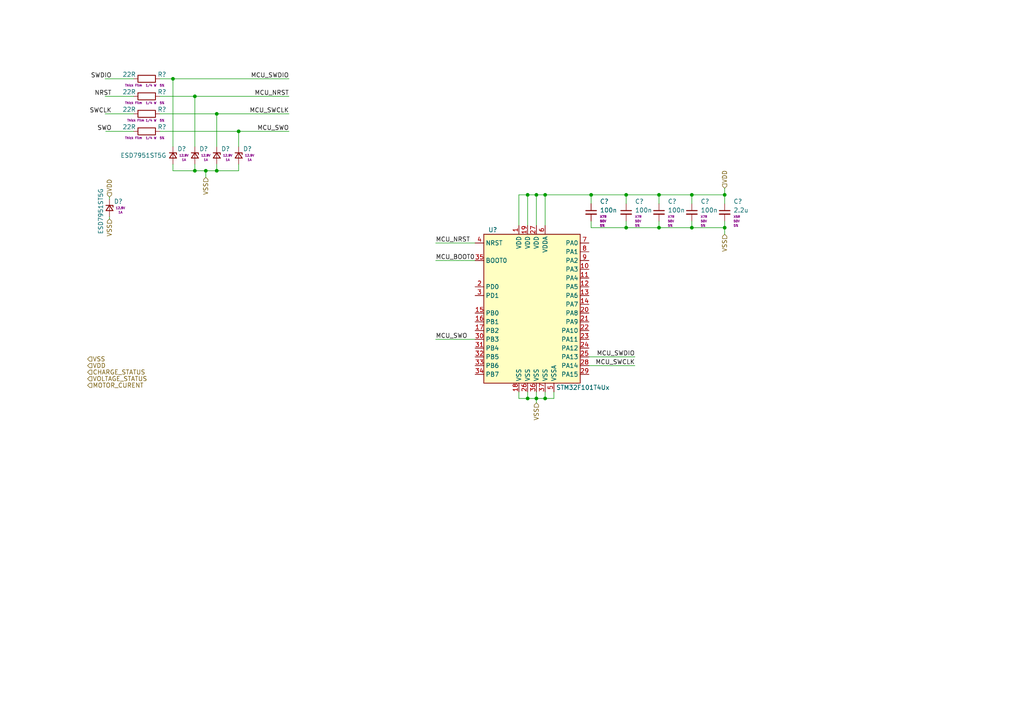
<source format=kicad_sch>
(kicad_sch (version 20211123) (generator eeschema)
  (paper "A4")
  (lib_symbols
    (symbol "000_SMD_Resitors:R_0603_hs" (pin_numbers hide) (pin_names (offset 0))
      (property "Reference" "R" (at -2.54 0 90))
      (property "Value" "R_0603_hs" (at 0 0 90))
      (property "type" "type" (at 3.81 0 90))
      (property "watt" "watt" (at 2.54 1.27 90))
      (property "tol" "tol" (at 2.54 -1.27 90))
      (symbol "R_0603_hs_0_1"
        (rectangle (start -1.016 -2.54) (end 1.016 2.54) (stroke (width 0.254)))
      )
      (symbol "R_0603_hs_1_1"
        (pin passive line (at 0 3.81 270) (length 1.27) (name "~") (number "1"))
        (pin passive line (at 0 -3.81 90) (length 1.27) (name "~") (number "2"))
      )
    )
    (symbol "010_SMD_Capacitors:C_0603_hs" (pin_numbers hide) (pin_names (offset 0.254) hide)
      (property "Reference" "C" (at 1.905 1.905 0))
      (property "Value" "C_0603_hs" (at 1.905 -0.635 0))
      (property "type" "type" (at 4.445 -3.81 0))
      (property "voltage" "volt" (at 3.175 -2.54 0))
      (property "tol" "tol" (at 5.715 -2.54 0))
      (symbol "C_0603_hs_0_1"
        (polyline (pts (xy -1.524 -0.508) (xy 1.524 -0.508)) (stroke (width 0.3302)))
        (polyline (pts (xy -1.524 0.508) (xy 1.524 0.508)) (stroke (width 0.3048)))
      )
      (symbol "C_0603_hs_1_1"
        (pin passive line (at 0 2.54 270) (length 2.032) (name "~") (number "1"))
        (pin passive line (at 0 -2.54 90) (length 2.032) (name "~") (number "2"))
      )
    )
    (symbol "Device:D_Zener_Small" (pin_numbers hide) (pin_names (offset 0.254) hide)
      (property "Reference" "D" (at 0 2.286 0))
      (property "Value" "D_Zener_Small" (at 0 -2.286 0))
      (symbol "D_Zener_Small_0_1"
        (polyline (pts (xy 0.762 0) (xy -0.762 0)))
        (polyline (pts (xy -0.254 1.016) (xy -0.762 1.016) (xy -0.762 -1.016)) (stroke (width 0.254)))
        (polyline (pts (xy 0.762 1.016) (xy -0.762 0) (xy 0.762 -1.016) (xy 0.762 1.016)) (stroke (width 0.254)))
      )
      (symbol "D_Zener_Small_1_1"
        (pin passive line (at -2.54 0 0) (length 1.778) (name "K") (number "1"))
        (pin passive line (at 2.54 0 180) (length 1.778) (name "A") (number "2"))
      )
    )
    (symbol "MCU_ST_STM32F1:STM32F101T4Ux"
      (property "Reference" "U" (at -15.24 21.59 0))
      (property "Value" "STM32F101T4Ux" (at 5.08 21.59 0))
      (symbol "STM32F101T4Ux_0_1"
        (rectangle (start -15.24 -22.86) (end 12.7 20.32) (stroke (width 0.254)) (fill (type background)))
      )
      (symbol "STM32F101T4Ux_1_1"
        (pin power_in line (at -5.08 22.86 270) (length 2.54) (name "VDD") (number "1"))
        (pin bidirectional line (at 15.24 10.16 180) (length 2.54) (name "PA3") (number "10"))
        (pin bidirectional line (at 15.24 7.62 180) (length 2.54) (name "PA4") (number "11"))
        (pin bidirectional line (at 15.24 5.08 180) (length 2.54) (name "PA5") (number "12"))
        (pin bidirectional line (at 15.24 2.54 180) (length 2.54) (name "PA6") (number "13"))
        (pin bidirectional line (at 15.24 0 180) (length 2.54) (name "PA7") (number "14"))
        (pin bidirectional line (at -17.78 -2.54 0) (length 2.54) (name "PB0") (number "15"))
        (pin bidirectional line (at -17.78 -5.08 0) (length 2.54) (name "PB1") (number "16"))
        (pin bidirectional line (at -17.78 -7.62 0) (length 2.54) (name "PB2") (number "17"))
        (pin power_in line (at -5.08 -25.4 90) (length 2.54) (name "VSS") (number "18"))
        (pin power_in line (at -2.54 22.86 270) (length 2.54) (name "VDD") (number "19"))
        (pin input line (at -17.78 5.08 0) (length 2.54) (name "PD0") (number "2"))
        (pin bidirectional line (at 15.24 -2.54 180) (length 2.54) (name "PA8") (number "20"))
        (pin bidirectional line (at 15.24 -5.08 180) (length 2.54) (name "PA9") (number "21"))
        (pin bidirectional line (at 15.24 -7.62 180) (length 2.54) (name "PA10") (number "22"))
        (pin bidirectional line (at 15.24 -10.16 180) (length 2.54) (name "PA11") (number "23"))
        (pin bidirectional line (at 15.24 -12.7 180) (length 2.54) (name "PA12") (number "24"))
        (pin bidirectional line (at 15.24 -15.24 180) (length 2.54) (name "PA13") (number "25"))
        (pin power_in line (at -2.54 -25.4 90) (length 2.54) (name "VSS") (number "26"))
        (pin power_in line (at 0 22.86 270) (length 2.54) (name "VDD") (number "27"))
        (pin bidirectional line (at 15.24 -17.78 180) (length 2.54) (name "PA14") (number "28"))
        (pin bidirectional line (at 15.24 -20.32 180) (length 2.54) (name "PA15") (number "29"))
        (pin input line (at -17.78 2.54 0) (length 2.54) (name "PD1") (number "3"))
        (pin bidirectional line (at -17.78 -10.16 0) (length 2.54) (name "PB3") (number "30"))
        (pin bidirectional line (at -17.78 -12.7 0) (length 2.54) (name "PB4") (number "31"))
        (pin bidirectional line (at -17.78 -15.24 0) (length 2.54) (name "PB5") (number "32"))
        (pin bidirectional line (at -17.78 -17.78 0) (length 2.54) (name "PB6") (number "33"))
        (pin bidirectional line (at -17.78 -20.32 0) (length 2.54) (name "PB7") (number "34"))
        (pin input line (at -17.78 12.7 0) (length 2.54) (name "BOOT0") (number "35"))
        (pin power_in line (at 0 -25.4 90) (length 2.54) (name "VSS") (number "36"))
        (pin power_in line (at 2.54 -25.4 90) (length 2.54) (name "VSS") (number "37"))
        (pin input line (at -17.78 17.78 0) (length 2.54) (name "NRST") (number "4"))
        (pin power_in line (at 5.08 -25.4 90) (length 2.54) (name "VSSA") (number "5"))
        (pin power_in line (at 2.54 22.86 270) (length 2.54) (name "VDDA") (number "6"))
        (pin bidirectional line (at 15.24 17.78 180) (length 2.54) (name "PA0") (number "7"))
        (pin bidirectional line (at 15.24 15.24 180) (length 2.54) (name "PA1") (number "8"))
        (pin bidirectional line (at 15.24 12.7 180) (length 2.54) (name "PA2") (number "9"))
      )
    )
  )
  (junction (at 191.135 56.515))
  (junction (at 62.865 49.53))
  (junction (at 153.035 115.57))
  (junction (at 171.45 56.515))
  (junction (at 155.575 115.57))
  (junction (at 200.66 56.515))
  (junction (at 56.515 49.53))
  (junction (at 210.185 56.515))
  (junction (at 62.865 33.02))
  (junction (at 158.115 56.515))
  (junction (at 59.69 49.53))
  (junction (at 158.115 115.57))
  (junction (at 155.575 56.515))
  (junction (at 181.61 56.515))
  (junction (at 69.215 38.1))
  (junction (at 191.135 66.04))
  (junction (at 56.515 27.94))
  (junction (at 181.61 66.04))
  (junction (at 153.035 56.515))
  (junction (at 210.185 66.04))
  (junction (at 50.165 22.86))
  (junction (at 200.66 66.04))
  (wire (pts (xy 69.215 38.1) (xy 83.82 38.1)))
  (wire (pts (xy 69.215 49.53) (xy 62.865 49.53)))
  (wire (pts (xy 200.66 64.135) (xy 200.66 66.04)))
  (wire (pts (xy 150.495 113.665) (xy 150.495 115.57)))
  (wire (pts (xy 56.515 47.625) (xy 56.515 49.53)))
  (wire (pts (xy 155.575 56.515) (xy 155.575 65.405)))
  (wire (pts (xy 155.575 56.515) (xy 158.115 56.515)))
  (wire (pts (xy 31.75 63.5) (xy 31.75 62.865)))
  (wire (pts (xy 153.035 56.515) (xy 155.575 56.515)))
  (wire (pts (xy 158.115 115.57) (xy 160.655 115.57)))
  (wire (pts (xy 210.185 56.515) (xy 210.185 59.055)))
  (wire (pts (xy 200.66 56.515) (xy 210.185 56.515)))
  (wire (pts (xy 200.66 66.04) (xy 210.185 66.04)))
  (wire (pts (xy 210.185 66.04) (xy 210.185 67.945)))
  (wire (pts (xy 62.865 47.625) (xy 62.865 49.53)))
  (wire (pts (xy 126.365 75.565) (xy 137.795 75.565)))
  (wire (pts (xy 191.135 66.04) (xy 200.66 66.04)))
  (wire (pts (xy 62.865 49.53) (xy 59.69 49.53)))
  (wire (pts (xy 30.48 33.02) (xy 38.735 33.02)))
  (wire (pts (xy 210.185 54.61) (xy 210.185 56.515)))
  (wire (pts (xy 50.165 22.86) (xy 83.82 22.86)))
  (wire (pts (xy 171.45 66.04) (xy 181.61 66.04)))
  (wire (pts (xy 69.215 38.1) (xy 69.215 42.545)))
  (wire (pts (xy 50.165 49.53) (xy 50.165 47.625)))
  (wire (pts (xy 153.035 113.665) (xy 153.035 115.57)))
  (wire (pts (xy 153.035 56.515) (xy 153.035 65.405)))
  (wire (pts (xy 191.135 64.135) (xy 191.135 66.04)))
  (wire (pts (xy 30.48 27.94) (xy 38.735 27.94)))
  (wire (pts (xy 171.45 56.515) (xy 181.61 56.515)))
  (wire (pts (xy 191.135 56.515) (xy 200.66 56.515)))
  (wire (pts (xy 46.355 22.86) (xy 50.165 22.86)))
  (wire (pts (xy 158.115 113.665) (xy 158.115 115.57)))
  (wire (pts (xy 62.865 33.02) (xy 62.865 42.545)))
  (wire (pts (xy 30.48 22.86) (xy 38.735 22.86)))
  (wire (pts (xy 155.575 113.665) (xy 155.575 115.57)))
  (wire (pts (xy 126.365 98.425) (xy 137.795 98.425)))
  (wire (pts (xy 171.45 56.515) (xy 171.45 59.055)))
  (wire (pts (xy 181.61 56.515) (xy 181.61 59.055)))
  (wire (pts (xy 30.6517 38.1) (xy 38.735 38.1)))
  (wire (pts (xy 155.575 115.57) (xy 158.115 115.57)))
  (wire (pts (xy 59.69 49.53) (xy 56.515 49.53)))
  (wire (pts (xy 50.165 22.86) (xy 50.165 42.545)))
  (wire (pts (xy 181.61 66.04) (xy 191.135 66.04)))
  (wire (pts (xy 170.815 103.505) (xy 184.15 103.505)))
  (wire (pts (xy 69.215 47.625) (xy 69.215 49.53)))
  (wire (pts (xy 150.495 56.515) (xy 153.035 56.515)))
  (wire (pts (xy 181.61 56.515) (xy 191.135 56.515)))
  (wire (pts (xy 56.515 49.53) (xy 50.165 49.53)))
  (wire (pts (xy 31.75 57.15) (xy 31.75 57.785)))
  (wire (pts (xy 181.61 64.135) (xy 181.61 66.04)))
  (wire (pts (xy 62.865 33.02) (xy 83.82 33.02)))
  (wire (pts (xy 153.035 115.57) (xy 155.575 115.57)))
  (wire (pts (xy 46.355 38.1) (xy 69.215 38.1)))
  (wire (pts (xy 126.365 70.485) (xy 137.795 70.485)))
  (wire (pts (xy 158.115 56.515) (xy 158.115 65.405)))
  (wire (pts (xy 150.495 65.405) (xy 150.495 56.515)))
  (wire (pts (xy 155.575 115.57) (xy 155.575 116.84)))
  (wire (pts (xy 158.115 56.515) (xy 171.45 56.515)))
  (wire (pts (xy 191.135 56.515) (xy 191.135 59.055)))
  (wire (pts (xy 170.815 106.045) (xy 184.15 106.045)))
  (wire (pts (xy 56.515 27.94) (xy 83.82 27.94)))
  (wire (pts (xy 210.185 64.135) (xy 210.185 66.04)))
  (wire (pts (xy 46.355 27.94) (xy 56.515 27.94)))
  (wire (pts (xy 59.69 49.53) (xy 59.69 51.435)))
  (wire (pts (xy 56.515 27.94) (xy 56.515 42.545)))
  (wire (pts (xy 171.45 64.135) (xy 171.45 66.04)))
  (wire (pts (xy 46.355 33.02) (xy 62.865 33.02)))
  (wire (pts (xy 200.66 56.515) (xy 200.66 59.055)))
  (wire (pts (xy 160.655 113.665) (xy 160.655 115.57)))
  (wire (pts (xy 150.495 115.57) (xy 153.035 115.57)))
  (label "MCU_SWCLK" (at 184.15 106.045 180))
  (label "MCU_NRST" (at 83.82 27.94 180))
  (label "SWCLK" (at 32.385 33.02 180))
  (label "SWO" (at 32.385 38.1 180))
  (label "MCU_SWDIO" (at 184.15 103.505 180))
  (label "MCU_SWCLK" (at 83.82 33.02 180))
  (label "SWDIO" (at 32.385 22.86 180))
  (label "MCU_NRST" (at 126.365 70.485 0))
  (label "NRST" (at 32.385 27.94 180))
  (label "MCU_SWO" (at 83.82 38.1 180))
  (label "MCU_SWO" (at 126.365 98.425 0))
  (label "MCU_BOOT0" (at 126.365 75.565 0))
  (label "MCU_SWDIO" (at 83.82 22.86 180))
  (hierarchical_label "CHARGE_STATUS" (shape input) (at 25.4 107.95 0))
  (hierarchical_label "MOTOR_CURENT" (shape input) (at 25.4 111.76 0))
  (hierarchical_label "VSS" (shape input) (at 210.185 67.945 270))
  (hierarchical_label "VDD" (shape input) (at 25.4 106.045 0))
  (hierarchical_label "VSS" (shape input) (at 25.4 104.14 0))
  (hierarchical_label "VDD" (shape input) (at 31.75 57.15 90))
  (hierarchical_label "VSS" (shape input) (at 31.75 63.5 270))
  (hierarchical_label "VSS" (shape input) (at 155.575 116.84 270))
  (hierarchical_label "VDD" (shape input) (at 210.185 54.61 90))
  (hierarchical_label "VOLTAGE_STATUS" (shape input) (at 25.4 109.855 0))
  (hierarchical_label "VSS" (shape input) (at 59.69 51.435 270))
  (symbol (lib_id "000_SMD_Resitors:R_0603_hs") (at 42.545 27.94 90) (unit 1)
    (property "Reference" "R?" (at 46.99 26.67 90))
    (property "Value" "22R" (at 37.465 26.67 90))
    (property "Footprint" "Resistor_SMD:R_0603_1608Metric_Pad0.98x0.95mm_HandSolder" (effects hide))
    (property "Datasheet" "ds" (effects hide))
    (property "type" "Thick Film" (at 38.735 29.845 90) (effects (font (size 0.635 0.635))))
    (property "watt" "1/4 W" (at 43.815 29.845 90) (effects (font (size 0.635 0.635))))
    (property "tol" "5%" (at 46.99 29.845 90) (effects (font (size 0.635 0.635))))
    (property "man" "rohm" (effects hide))
    (property "man_no" "ESR03EZPJ220" (effects hide))
    (property "dist" "digikey" (effects hide))
    (property "dist_no" "RHM22DCT-ND" (effects hide))
  )
  (symbol (lib_id "Device:D_Zener_Small") (at 56.515 45.085 270) (unit 1)
    (property "Reference" "D?" (at 57.785 43.18 90) (effects (justify left)))
    (property "Value" "ESD7951ST5G" (effects hide))
    (property "Footprint" "Diode_SMD:D_SOD-923" (effects hide))
    (property "man" "onsemi" (effects hide))
    (property "man_no" "ESD7951ST5G" (effects hide))
    (property "dist" "digikey" (effects hide))
    (property "dist_no" "ESD7951ST5GOSCT-ND" (effects hide))
    (property "voltage" "12.9V" (at 59.69 45.085 90) (effects (font (size 0.635 0.635))))
    (property "current" "1A" (at 59.69 46.355 90) (effects (font (size 0.635 0.635))))
  )
  (symbol (lib_id "MCU_ST_STM32F1:STM32F101T4Ux") (at 155.575 88.265 0) (unit 1)
    (property "Reference" "U?" (at 141.605 66.675 0) (effects (justify left)))
    (property "Value" "STM32F101T4Ux" (at 161.29 112.395 0) (effects (justify left)))
    (property "Footprint" "Package_DFN_QFN:QFN-36-1EP_6x6mm_P0.5mm_EP4.1x4.1mm" (effects hide))
    (property "Datasheet" "http://www.st.com/st-web-ui/static/active/en/resource/technical/document/datasheet/CD00210837.pdf" (effects hide))
  )
  (symbol (lib_id "000_SMD_Resitors:R_0603_hs") (at 42.545 38.1 90) (unit 1)
    (property "Reference" "R?" (at 46.99 36.83 90))
    (property "Value" "22R" (at 37.465 36.83 90))
    (property "Footprint" "Resistor_SMD:R_0603_1608Metric_Pad0.98x0.95mm_HandSolder" (effects hide))
    (property "Datasheet" "ds" (effects hide))
    (property "type" "Thick Film" (at 38.735 40.005 90) (effects (font (size 0.635 0.635))))
    (property "watt" "1/4 W" (at 43.815 40.005 90) (effects (font (size 0.635 0.635))))
    (property "tol" "5%" (at 46.99 40.005 90) (effects (font (size 0.635 0.635))))
    (property "man" "rohm" (effects hide))
    (property "man_no" "ESR03EZPJ220" (effects hide))
    (property "dist" "digikey" (effects hide))
    (property "dist_no" "RHM22DCT-ND" (effects hide))
  )
  (symbol (lib_id "010_SMD_Capacitors:C_0603_hs") (at 181.61 61.595 0) (unit 1)
    (property "Reference" "C?" (at 184.15 58.4262 0) (effects (justify left)))
    (property "Value" "100n" (at 184.15 60.9662 0) (effects (justify left)))
    (property "Footprint" "Capacitor_SMD:C_0603_1608Metric_Pad1.08x0.95mm_HandSolder" (effects hide))
    (property "Datasheet" "ds" (effects hide))
    (property "type" "X7R" (at 184.15 62.8713 0) (effects (font (size 0.635 0.635)) (justify left)))
    (property "voltage" "50V" (at 184.15 64.1413 0) (effects (font (size 0.635 0.635)) (justify left)))
    (property "tol" "5%" (at 184.15 65.4113 0) (effects (font (size 0.635 0.635)) (justify left)))
    (property "man" "AVX" (effects hide))
    (property "man_no" "06035C104JAT2A" (effects hide))
    (property "dist" "digikey" (effects hide))
    (property "dist_no" "478-5778-1-ND" (effects hide))
  )
  (symbol (lib_id "010_SMD_Capacitors:C_0603_hs") (at 171.45 61.595 0) (unit 1)
    (property "Reference" "C?" (at 173.99 58.4262 0) (effects (justify left)))
    (property "Value" "100n" (at 173.99 60.9662 0) (effects (justify left)))
    (property "Footprint" "Capacitor_SMD:C_0603_1608Metric_Pad1.08x0.95mm_HandSolder" (effects hide))
    (property "Datasheet" "ds" (effects hide))
    (property "type" "X7R" (at 173.99 62.8713 0) (effects (font (size 0.635 0.635)) (justify left)))
    (property "voltage" "50V" (at 173.99 64.1413 0) (effects (font (size 0.635 0.635)) (justify left)))
    (property "tol" "5%" (at 173.99 65.4113 0) (effects (font (size 0.635 0.635)) (justify left)))
    (property "man" "AVX" (effects hide))
    (property "man_no" "06035C104JAT2A" (effects hide))
    (property "dist" "digikey" (effects hide))
    (property "dist_no" "478-5778-1-ND" (effects hide))
  )
  (symbol (lib_id "010_SMD_Capacitors:C_0603_hs") (at 210.185 61.595 0) (unit 1)
    (property "Reference" "C?" (at 212.725 58.4262 0) (effects (justify left)))
    (property "Value" "2.2u" (at 212.725 60.9662 0) (effects (justify left)))
    (property "Footprint" "Capacitor_SMD:C_0603_1608Metric_Pad1.08x0.95mm_HandSolder" (effects hide))
    (property "Datasheet" "ds" (effects hide))
    (property "type" "X5R" (at 212.725 62.8713 0) (effects (font (size 0.635 0.635)) (justify left)))
    (property "voltage" "50V" (at 212.725 64.1413 0) (effects (font (size 0.635 0.635)) (justify left)))
    (property "tol" "5%" (at 212.725 65.4113 0) (effects (font (size 0.635 0.635)) (justify left)))
    (property "man" "Taiyo Yuden" (effects hide))
    (property "man_no" "UMK107BBJ225KA-T" (effects hide))
    (property "dist" "digikey" (effects hide))
    (property "dist_no" "587-4320-1-ND" (effects hide))
  )
  (symbol (lib_id "010_SMD_Capacitors:C_0603_hs") (at 200.66 61.595 0) (unit 1)
    (property "Reference" "C?" (at 203.2 58.4262 0) (effects (justify left)))
    (property "Value" "100n" (at 203.2 60.9662 0) (effects (justify left)))
    (property "Footprint" "Capacitor_SMD:C_0603_1608Metric_Pad1.08x0.95mm_HandSolder" (effects hide))
    (property "Datasheet" "ds" (effects hide))
    (property "type" "X7R" (at 203.2 62.8713 0) (effects (font (size 0.635 0.635)) (justify left)))
    (property "voltage" "50V" (at 203.2 64.1413 0) (effects (font (size 0.635 0.635)) (justify left)))
    (property "tol" "5%" (at 203.2 65.4113 0) (effects (font (size 0.635 0.635)) (justify left)))
    (property "man" "AVX" (effects hide))
    (property "man_no" "06035C104JAT2A" (effects hide))
    (property "dist" "digikey" (effects hide))
    (property "dist_no" "478-5778-1-ND" (effects hide))
  )
  (symbol (lib_id "000_SMD_Resitors:R_0603_hs") (at 42.545 33.02 90) (unit 1)
    (property "Reference" "R?" (at 46.99 31.75 90))
    (property "Value" "22R" (at 37.465 31.75 90))
    (property "Footprint" "Resistor_SMD:R_0603_1608Metric_Pad0.98x0.95mm_HandSolder" (effects hide))
    (property "Datasheet" "ds" (effects hide))
    (property "type" "Thick Film" (at 39.37 34.925 90) (effects (font (size 0.635 0.635))))
    (property "watt" "1/4 W" (at 43.815 34.925 90) (effects (font (size 0.635 0.635))))
    (property "tol" "5%" (at 46.99 34.925 90) (effects (font (size 0.635 0.635))))
    (property "man" "rohm" (effects hide))
    (property "man_no" "ESR03EZPJ220" (effects hide))
    (property "dist" "digikey" (effects hide))
    (property "dist_no" "RHM22DCT-ND" (effects hide))
  )
  (symbol (lib_id "010_SMD_Capacitors:C_0603_hs") (at 191.135 61.595 0) (unit 1)
    (property "Reference" "C?" (at 193.675 58.4262 0) (effects (justify left)))
    (property "Value" "100n" (at 193.675 60.9662 0) (effects (justify left)))
    (property "Footprint" "Capacitor_SMD:C_0603_1608Metric_Pad1.08x0.95mm_HandSolder" (effects hide))
    (property "Datasheet" "ds" (effects hide))
    (property "type" "X7R" (at 193.675 62.8713 0) (effects (font (size 0.635 0.635)) (justify left)))
    (property "voltage" "50V" (at 193.675 64.1413 0) (effects (font (size 0.635 0.635)) (justify left)))
    (property "tol" "5%" (at 193.675 65.4113 0) (effects (font (size 0.635 0.635)) (justify left)))
    (property "man" "AVX" (effects hide))
    (property "man_no" "06035C104JAT2A" (effects hide))
    (property "dist" "digikey" (effects hide))
    (property "dist_no" "478-5778-1-ND" (effects hide))
  )
  (symbol (lib_id "Device:D_Zener_Small") (at 69.215 45.085 270) (unit 1)
    (property "Reference" "D?" (at 70.485 43.18 90) (effects (justify left)))
    (property "Value" "ESD7951ST5G" (effects hide))
    (property "Footprint" "Diode_SMD:D_SOD-923" (effects hide))
    (property "man" "onsemi" (effects hide))
    (property "man_no" "ESD7951ST5G" (effects hide))
    (property "dist" "digikey" (effects hide))
    (property "dist_no" "ESD7951ST5GOSCT-ND" (effects hide))
    (property "voltage" "12.9V" (at 72.39 45.085 90) (effects (font (size 0.635 0.635))))
    (property "current" "1A" (at 72.39 46.355 90) (effects (font (size 0.635 0.635))))
  )
  (symbol (lib_id "Device:D_Zener_Small") (at 62.865 45.085 270) (unit 1)
    (property "Reference" "D?" (at 64.135 43.18 90) (effects (justify left)))
    (property "Value" "ESD7951ST5G" (effects hide))
    (property "Footprint" "Diode_SMD:D_SOD-923" (effects hide))
    (property "man" "onsemi" (effects hide))
    (property "man_no" "ESD7951ST5G" (effects hide))
    (property "dist" "digikey" (effects hide))
    (property "dist_no" "ESD7951ST5GOSCT-ND" (effects hide))
    (property "voltage" "12.9V" (at 66.04 45.085 90) (effects (font (size 0.635 0.635))))
    (property "current" "1A" (at 66.04 46.355 90) (effects (font (size 0.635 0.635))))
  )
  (symbol (lib_id "Device:D_Zener_Small") (at 31.75 60.325 270) (unit 1)
    (property "Reference" "D?" (at 33.02 58.42 90) (effects (justify left)))
    (property "Value" "ESD7951ST5G" (at 29.21 54.61 0) (effects (justify left)))
    (property "Footprint" "Diode_SMD:D_SOD-923" (effects hide))
    (property "man" "onsemi" (effects hide))
    (property "man_no" "ESD7951ST5G" (effects hide))
    (property "dist" "digikey" (effects hide))
    (property "dist_no" "ESD7951ST5GOSCT-ND" (effects hide))
    (property "voltage" "12.9V" (at 34.925 60.325 90) (effects (font (size 0.635 0.635))))
    (property "current" "1A" (at 34.925 61.595 90) (effects (font (size 0.635 0.635))))
  )
  (symbol (lib_id "Device:D_Zener_Small") (at 50.165 45.085 270) (unit 1)
    (property "Reference" "D?" (at 51.435 43.18 90) (effects (justify left)))
    (property "Value" "ESD7951ST5G" (at 34.925 45.085 90) (effects (justify left)))
    (property "Footprint" "Diode_SMD:D_SOD-923" (effects hide))
    (property "man" "onsemi" (effects hide))
    (property "man_no" "ESD7951ST5G" (effects hide))
    (property "dist" "digikey" (effects hide))
    (property "dist_no" "ESD7951ST5GOSCT-ND" (effects hide))
    (property "voltage" "12.9V" (at 53.34 45.085 90) (effects (font (size 0.635 0.635))))
    (property "current" "1A" (at 53.34 46.355 90) (effects (font (size 0.635 0.635))))
  )
  (symbol (lib_id "000_SMD_Resitors:R_0603_hs") (at 42.545 22.86 90) (unit 1)
    (property "Reference" "R?" (at 46.99 21.59 90))
    (property "Value" "22R" (at 37.465 21.59 90))
    (property "Footprint" "Resistor_SMD:R_0603_1608Metric_Pad0.98x0.95mm_HandSolder" (effects hide))
    (property "Datasheet" "ds" (effects hide))
    (property "type" "Thick Film" (at 38.735 24.765 90) (effects (font (size 0.635 0.635))))
    (property "watt" "1/4 W" (at 43.815 24.765 90) (effects (font (size 0.635 0.635))))
    (property "tol" "5%" (at 46.99 24.765 90) (effects (font (size 0.635 0.635))))
    (property "man" "rohm" (effects hide))
    (property "man_no" "ESR03EZPJ220" (effects hide))
    (property "dist" "digikey" (effects hide))
    (property "dist_no" "RHM22DCT-ND" (effects hide))
  )
)
</source>
